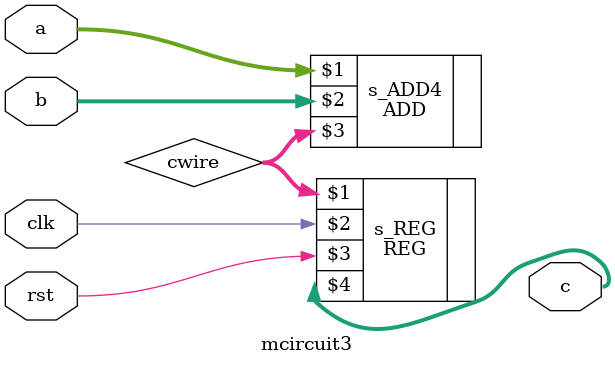
<source format=v>

module mcircuit3(

	 input clk,
	 input rst,
	 input signed [31:0] a,
	 input [15:0] b,

	 output signed [7:0] c
);

	 wire signed [7:0] cwire;
	 ADD #(8) s_ADD4 (a,b,cwire);
	 REG #(8) s_REG (cwire,clk,rst,c);


endmodule

// *********************************************************************************
// *                            END OF GENERATED FILE                              *
// *********************************************************************************

</source>
